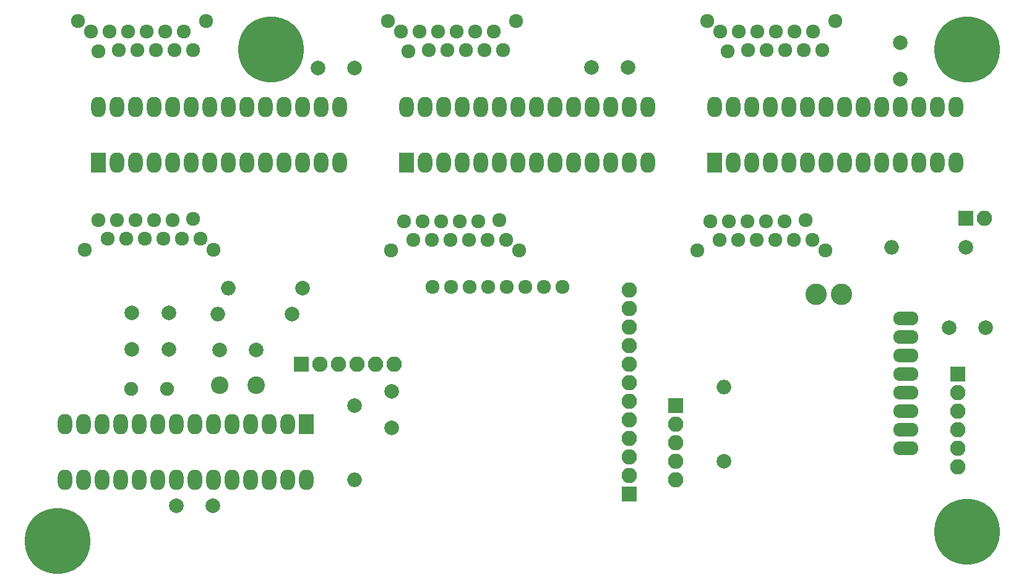
<source format=gbr>
G04 #@! TF.FileFunction,Soldermask,Top*
%FSLAX46Y46*%
G04 Gerber Fmt 4.6, Leading zero omitted, Abs format (unit mm)*
G04 Created by KiCad (PCBNEW 4.0.6) date 05/17/17 18:18:02*
%MOMM*%
%LPD*%
G01*
G04 APERTURE LIST*
%ADD10C,0.100000*%
%ADD11C,2.000000*%
%ADD12O,2.000000X2.000000*%
%ADD13R,2.100000X2.100000*%
%ADD14O,2.100000X2.100000*%
%ADD15C,1.924000*%
%ADD16C,1.900000*%
%ADD17C,9.000000*%
%ADD18R,2.000000X2.800000*%
%ADD19O,2.000000X2.800000*%
%ADD20O,3.448000X1.924000*%
%ADD21C,2.940000*%
%ADD22C,2.400000*%
G04 APERTURE END LIST*
D10*
D11*
X105918000Y-127508000D03*
X100918000Y-127508000D03*
X110871000Y-122555000D03*
D12*
X100711000Y-122555000D03*
D11*
X169926000Y-142748000D03*
D12*
X169926000Y-132588000D03*
D11*
X112268000Y-118999000D03*
D12*
X102108000Y-118999000D03*
D13*
X201930000Y-130810000D03*
D14*
X201930000Y-133350000D03*
X201930000Y-135890000D03*
X201930000Y-138430000D03*
X201930000Y-140970000D03*
X201930000Y-143510000D03*
D13*
X112141000Y-129413000D03*
D14*
X114681000Y-129413000D03*
X117221000Y-129413000D03*
X119761000Y-129413000D03*
X122301000Y-129413000D03*
X124841000Y-129413000D03*
D15*
X147828000Y-118872000D03*
X145288000Y-118872000D03*
X142748000Y-118872000D03*
X140208000Y-118872000D03*
X137668000Y-118872000D03*
X135128000Y-118872000D03*
X132588000Y-118872000D03*
X130048000Y-118872000D03*
X182087596Y-112419520D03*
X181102000Y-109728000D03*
X179547596Y-112419520D03*
X178277596Y-109879520D03*
X177007596Y-112419520D03*
X175737596Y-109879520D03*
X174467596Y-112419520D03*
X173197596Y-109879520D03*
X171927596Y-112419520D03*
X170657596Y-109879520D03*
X169387596Y-112419520D03*
X168117596Y-109879520D03*
X166317596Y-113899520D03*
X183887596Y-113899520D03*
X98298000Y-112268000D03*
X97312404Y-109576480D03*
X95758000Y-112268000D03*
X94488000Y-109728000D03*
X93218000Y-112268000D03*
X91948000Y-109728000D03*
X90678000Y-112268000D03*
X89408000Y-109728000D03*
X88138000Y-112268000D03*
X86868000Y-109728000D03*
X85598000Y-112268000D03*
X84328000Y-109728000D03*
X82528000Y-113748000D03*
X100098000Y-113748000D03*
X169448404Y-83922480D03*
X170434000Y-86614000D03*
X171988404Y-83922480D03*
X173258404Y-86462480D03*
X174528404Y-83922480D03*
X175798404Y-86462480D03*
X177068404Y-83922480D03*
X178338404Y-86462480D03*
X179608404Y-83922480D03*
X180878404Y-86462480D03*
X182148404Y-83922480D03*
X183418404Y-86462480D03*
X185218404Y-82442480D03*
X167648404Y-82442480D03*
D13*
X163322000Y-135128000D03*
D14*
X163322000Y-137668000D03*
X163322000Y-140208000D03*
X163322000Y-142748000D03*
X163322000Y-145288000D03*
D16*
X93726000Y-132842000D03*
X88846000Y-132842000D03*
D11*
X93980000Y-122428000D03*
X93980000Y-127428000D03*
X88900000Y-122428000D03*
X88900000Y-127428000D03*
D17*
X107950000Y-86360000D03*
X78740000Y-153670000D03*
X203200000Y-152400000D03*
X203200000Y-86360000D03*
D15*
X83342404Y-83922480D03*
X84328000Y-86614000D03*
X85882404Y-83922480D03*
X87152404Y-86462480D03*
X88422404Y-83922480D03*
X89692404Y-86462480D03*
X90962404Y-83922480D03*
X92232404Y-86462480D03*
X93502404Y-83922480D03*
X94772404Y-86462480D03*
X96042404Y-83922480D03*
X97312404Y-86462480D03*
X99112404Y-82442480D03*
X81542404Y-82442480D03*
X140177596Y-112419520D03*
X139192000Y-109728000D03*
X137637596Y-112419520D03*
X136367596Y-109879520D03*
X135097596Y-112419520D03*
X133827596Y-109879520D03*
X132557596Y-112419520D03*
X131287596Y-109879520D03*
X130017596Y-112419520D03*
X128747596Y-109879520D03*
X127477596Y-112419520D03*
X126207596Y-109879520D03*
X124407596Y-113899520D03*
X141977596Y-113899520D03*
X125760404Y-83922480D03*
X126746000Y-86614000D03*
X128300404Y-83922480D03*
X129570404Y-86462480D03*
X130840404Y-83922480D03*
X132110404Y-86462480D03*
X133380404Y-83922480D03*
X134650404Y-86462480D03*
X135920404Y-83922480D03*
X137190404Y-86462480D03*
X138460404Y-83922480D03*
X139730404Y-86462480D03*
X141530404Y-82442480D03*
X123960404Y-82442480D03*
D13*
X203073000Y-109474000D03*
D14*
X205613000Y-109474000D03*
D13*
X156972000Y-147193000D03*
D14*
X156972000Y-144653000D03*
X156972000Y-142113000D03*
X156972000Y-139573000D03*
X156972000Y-137033000D03*
X156972000Y-134493000D03*
X156972000Y-131953000D03*
X156972000Y-129413000D03*
X156972000Y-126873000D03*
X156972000Y-124333000D03*
X156972000Y-121793000D03*
X156972000Y-119253000D03*
D18*
X84328000Y-101854000D03*
D19*
X117348000Y-94234000D03*
X86868000Y-101854000D03*
X114808000Y-94234000D03*
X89408000Y-101854000D03*
X112268000Y-94234000D03*
X91948000Y-101854000D03*
X109728000Y-94234000D03*
X94488000Y-101854000D03*
X107188000Y-94234000D03*
X97028000Y-101854000D03*
X104648000Y-94234000D03*
X99568000Y-101854000D03*
X102108000Y-94234000D03*
X102108000Y-101854000D03*
X99568000Y-94234000D03*
X104648000Y-101854000D03*
X97028000Y-94234000D03*
X107188000Y-101854000D03*
X94488000Y-94234000D03*
X109728000Y-101854000D03*
X91948000Y-94234000D03*
X112268000Y-101854000D03*
X89408000Y-94234000D03*
X114808000Y-101854000D03*
X86868000Y-94234000D03*
X117348000Y-101854000D03*
X84328000Y-94234000D03*
D18*
X126492000Y-101854000D03*
D19*
X159512000Y-94234000D03*
X129032000Y-101854000D03*
X156972000Y-94234000D03*
X131572000Y-101854000D03*
X154432000Y-94234000D03*
X134112000Y-101854000D03*
X151892000Y-94234000D03*
X136652000Y-101854000D03*
X149352000Y-94234000D03*
X139192000Y-101854000D03*
X146812000Y-94234000D03*
X141732000Y-101854000D03*
X144272000Y-94234000D03*
X144272000Y-101854000D03*
X141732000Y-94234000D03*
X146812000Y-101854000D03*
X139192000Y-94234000D03*
X149352000Y-101854000D03*
X136652000Y-94234000D03*
X151892000Y-101854000D03*
X134112000Y-94234000D03*
X154432000Y-101854000D03*
X131572000Y-94234000D03*
X156972000Y-101854000D03*
X129032000Y-94234000D03*
X159512000Y-101854000D03*
X126492000Y-94234000D03*
D18*
X168656000Y-101854000D03*
D19*
X201676000Y-94234000D03*
X171196000Y-101854000D03*
X199136000Y-94234000D03*
X173736000Y-101854000D03*
X196596000Y-94234000D03*
X176276000Y-101854000D03*
X194056000Y-94234000D03*
X178816000Y-101854000D03*
X191516000Y-94234000D03*
X181356000Y-101854000D03*
X188976000Y-94234000D03*
X183896000Y-101854000D03*
X186436000Y-94234000D03*
X186436000Y-101854000D03*
X183896000Y-94234000D03*
X188976000Y-101854000D03*
X181356000Y-94234000D03*
X191516000Y-101854000D03*
X178816000Y-94234000D03*
X194056000Y-101854000D03*
X176276000Y-94234000D03*
X196596000Y-101854000D03*
X173736000Y-94234000D03*
X199136000Y-101854000D03*
X171196000Y-94234000D03*
X201676000Y-101854000D03*
X168656000Y-94234000D03*
D18*
X112776000Y-137668000D03*
D19*
X79756000Y-145288000D03*
X110236000Y-137668000D03*
X82296000Y-145288000D03*
X107696000Y-137668000D03*
X84836000Y-145288000D03*
X105156000Y-137668000D03*
X87376000Y-145288000D03*
X102616000Y-137668000D03*
X89916000Y-145288000D03*
X100076000Y-137668000D03*
X92456000Y-145288000D03*
X97536000Y-137668000D03*
X94996000Y-145288000D03*
X94996000Y-137668000D03*
X97536000Y-145288000D03*
X92456000Y-137668000D03*
X100076000Y-145288000D03*
X89916000Y-137668000D03*
X102616000Y-145288000D03*
X87376000Y-137668000D03*
X105156000Y-145288000D03*
X84836000Y-137668000D03*
X107696000Y-145288000D03*
X82296000Y-137668000D03*
X110236000Y-145288000D03*
X79756000Y-137668000D03*
X112776000Y-145288000D03*
D20*
X194818000Y-140970000D03*
X194818000Y-138430000D03*
X194818000Y-135890000D03*
X194818000Y-133350000D03*
X194818000Y-130810000D03*
X194818000Y-128270000D03*
X194818000Y-125730000D03*
X194818000Y-123190000D03*
D21*
X186055000Y-119888000D03*
X182555000Y-119888000D03*
D11*
X200740000Y-124460000D03*
X205740000Y-124460000D03*
X119427000Y-88900000D03*
X114427000Y-88900000D03*
X156845000Y-88773000D03*
X151845000Y-88773000D03*
X194056000Y-85424000D03*
X194056000Y-90424000D03*
X94996000Y-148844000D03*
X99996000Y-148844000D03*
D22*
X105918000Y-132334000D03*
X100918000Y-132334000D03*
D11*
X119380000Y-135128000D03*
D12*
X119380000Y-145288000D03*
D11*
X124460000Y-133176000D03*
X124460000Y-138176000D03*
X203073000Y-113411000D03*
D12*
X192913000Y-113411000D03*
M02*

</source>
